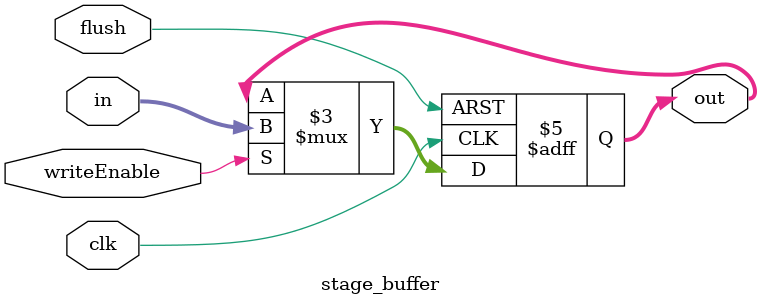
<source format=v>
/*
 * Date: 5-01-2021
 * Author: Daniel Olsen
 * Name: stage_buffer
 */

module stage_buffer #(parameter SIZE = 16) 
(
	input [SIZE-1:0] in,
	input writeEnable,  
	output reg [SIZE-1:0] out,
	input clk,
	input flush 
);

    always @ ( posedge clk, negedge flush)
    begin
        if(!flush)
            out <= {SIZE{1'b0}};
        else
        begin
            if(writeEnable)
                out <= in;
        end    
    end
endmodule
</source>
